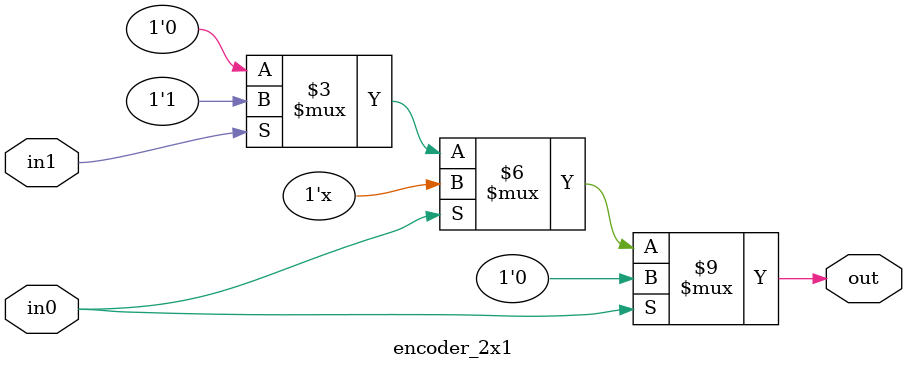
<source format=sv>

module encoder_2x1 #(
    parameter W = 1
)(
    input  logic in0,
    input  logic in1,

    output logic out,
);

    always_comb begin
        if (in0) begin
            out = 0;
        end
        else if (in1) begin
            out = 1;
        end
        else begin
            out = 0;   //giving priority to in0
        end
    end


endmodule
</source>
